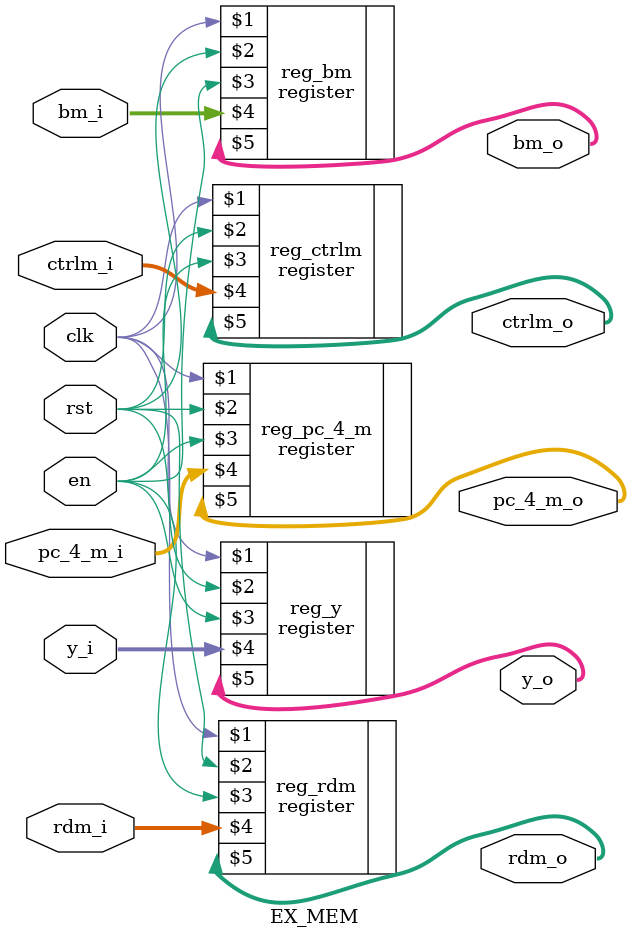
<source format=v>
`timescale 1ns / 1ps

module EX_MEM(
           input clk, rst, en,
           input [31:0] pc_4_m_i,
           output [31:0] pc_4_m_o,
           input [31:0] y_i,
           output [31:0] y_o,
           input [31:0] bm_i,
           output [31:0] bm_o,
           input [4:0] rdm_i,
           output [4:0] rdm_o,
           input [31:0] ctrlm_i,
           output [31:0] ctrlm_o
       );

register #(32) reg_bm(clk, rst, en, bm_i, bm_o);
register #(5) reg_rdm(clk, rst, en, rdm_i, rdm_o);
register #(32) reg_ctrlm(clk, rst, en, ctrlm_i, ctrlm_o);
register #(32) reg_pc_4_m(clk, rst, en, pc_4_m_i, pc_4_m_o);
register #(32) reg_y(clk, rst, en, y_i, y_o);


endmodule

</source>
